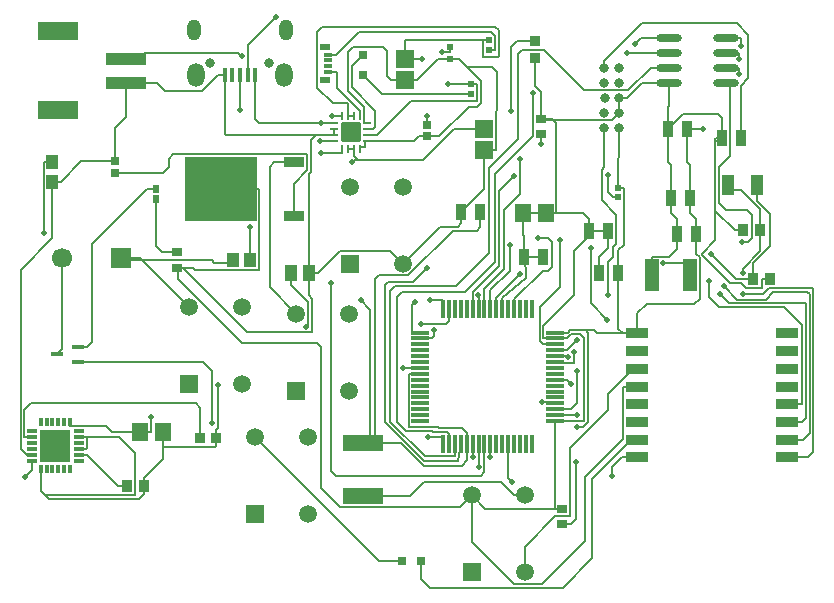
<source format=gtl>
G04*
G04 #@! TF.GenerationSoftware,Altium Limited,Altium Designer,21.1.1 (26)*
G04*
G04 Layer_Physical_Order=1*
G04 Layer_Color=255*
%FSLAX25Y25*%
%MOIN*%
G70*
G04*
G04 #@! TF.SameCoordinates,5102835C-3560-4A17-A812-28AB7356CC0A*
G04*
G04*
G04 #@! TF.FilePolarity,Positive*
G04*
G01*
G75*
%ADD13C,0.00600*%
%ADD17R,0.03197X0.02985*%
%ADD18R,0.06102X0.05906*%
%ADD19R,0.03150X0.01181*%
%ADD20R,0.03543X0.02362*%
%ADD21R,0.03150X0.03150*%
G04:AMPARAMS|DCode=22|XSize=9.84mil|YSize=23.62mil|CornerRadius=1.97mil|HoleSize=0mil|Usage=FLASHONLY|Rotation=180.000|XOffset=0mil|YOffset=0mil|HoleType=Round|Shape=RoundedRectangle|*
%AMROUNDEDRECTD22*
21,1,0.00984,0.01968,0,0,180.0*
21,1,0.00591,0.02362,0,0,180.0*
1,1,0.00394,-0.00295,0.00984*
1,1,0.00394,0.00295,0.00984*
1,1,0.00394,0.00295,-0.00984*
1,1,0.00394,-0.00295,-0.00984*
%
%ADD22ROUNDEDRECTD22*%
G04:AMPARAMS|DCode=23|XSize=9.84mil|YSize=23.62mil|CornerRadius=1.97mil|HoleSize=0mil|Usage=FLASHONLY|Rotation=90.000|XOffset=0mil|YOffset=0mil|HoleType=Round|Shape=RoundedRectangle|*
%AMROUNDEDRECTD23*
21,1,0.00984,0.01968,0,0,90.0*
21,1,0.00591,0.02362,0,0,90.0*
1,1,0.00394,0.00984,0.00295*
1,1,0.00394,0.00984,-0.00295*
1,1,0.00394,-0.00984,-0.00295*
1,1,0.00394,-0.00984,0.00295*
%
%ADD23ROUNDEDRECTD23*%
%ADD24R,0.03788X0.03681*%
%ADD25R,0.02165X0.02362*%
%ADD26R,0.02648X0.02816*%
%ADD27R,0.02362X0.01968*%
%ADD28R,0.04473X0.01775*%
%ADD29O,0.08661X0.02362*%
%ADD30R,0.07677X0.03740*%
%ADD31R,0.03937X0.07087*%
%ADD32R,0.03740X0.04134*%
%ADD33R,0.01181X0.05906*%
%ADD34R,0.05906X0.01181*%
%ADD35R,0.02913X0.03071*%
%ADD36R,0.03985X0.04560*%
%ADD37R,0.01860X0.02029*%
%ADD38R,0.13780X0.05315*%
%ADD39R,0.03347X0.03740*%
%ADD40R,0.03150X0.03150*%
%ADD41R,0.01772X0.05118*%
%ADD42R,0.13386X0.05906*%
%ADD43R,0.13780X0.03937*%
%ADD44R,0.07087X0.03543*%
%ADD45R,0.24410X0.21457*%
%ADD46R,0.02362X0.02559*%
%ADD47R,0.03740X0.02756*%
%ADD48R,0.03740X0.05315*%
%ADD49R,0.05512X0.05906*%
%ADD50R,0.04528X0.10630*%
%ADD51R,0.03937X0.04921*%
%ADD52R,0.03937X0.05315*%
%ADD53R,0.10236X0.10630*%
%ADD54R,0.03347X0.01378*%
%ADD55R,0.01378X0.03150*%
%ADD82R,0.06693X0.06693*%
%ADD83C,0.06693*%
G04:AMPARAMS|DCode=92|XSize=66.93mil|YSize=66.93mil|CornerRadius=2.01mil|HoleSize=0mil|Usage=FLASHONLY|Rotation=90.000|XOffset=0mil|YOffset=0mil|HoleType=Round|Shape=RoundedRectangle|*
%AMROUNDEDRECTD92*
21,1,0.06693,0.06291,0,0,90.0*
21,1,0.06291,0.06693,0,0,90.0*
1,1,0.00402,0.03146,0.03146*
1,1,0.00402,0.03146,-0.03146*
1,1,0.00402,-0.03146,-0.03146*
1,1,0.00402,-0.03146,0.03146*
%
%ADD92ROUNDEDRECTD92*%
%ADD93C,0.05906*%
%ADD94R,0.05906X0.05906*%
%ADD95C,0.03200*%
%ADD96C,0.03150*%
%ADD97O,0.04528X0.07087*%
%ADD98O,0.05709X0.07874*%
%ADD99C,0.02000*%
%ADD100C,0.01968*%
D13*
X199000Y431024D02*
Y441921D01*
X300083Y391980D02*
X308750D01*
X296414Y392950D02*
X299114D01*
X290986D02*
X296414D01*
X172488Y415546D02*
X178547D01*
X148437Y416500D02*
X164142Y400795D01*
X147937Y417000D02*
X148437Y416500D01*
X171534D01*
X141500D02*
X148437D01*
X225900Y355500D02*
Y410000D01*
X224500Y355500D02*
Y399900D01*
X225900Y355500D02*
X234651D01*
X222000D02*
X224500D01*
X124421Y361100D02*
X136400D01*
X339600Y456200D02*
X341701D01*
X285468Y463000D02*
X305000D01*
X281500D02*
X285468D01*
X286250Y462218D01*
X285000Y463468D02*
X285468Y463000D01*
X286150Y432000D02*
X295350D01*
X283000D02*
X286150D01*
X339500Y456100D02*
Y456900D01*
Y432900D02*
Y456100D01*
Y422947D02*
Y432900D01*
X285900Y333569D02*
Y362736D01*
X286000Y333469D02*
X288500D01*
X262815D02*
X286000D01*
X256750Y480700D02*
X261200Y476250D01*
X253918Y483532D02*
X256750Y480700D01*
X222800Y454300D02*
Y456047D01*
X222400Y461953D02*
Y467500D01*
X220953Y454200D02*
X222700D01*
X176266Y458016D02*
X206250D01*
X160500Y413843D02*
X161900D01*
X160500Y410100D02*
Y413843D01*
X161900D02*
X165357D01*
X160000D02*
X160500D01*
X155240Y350000D02*
Y354100D01*
X129800Y357453D02*
X140700D01*
X127276D02*
X129800D01*
X116150Y338000D02*
X117250Y336900D01*
X111700Y346500D02*
Y349579D01*
X220334Y449900D02*
X242013D01*
X219400D02*
X220334D01*
X238400Y392264D02*
Y401400D01*
X343579Y439900D02*
X347900D01*
X236073Y489673D02*
X262173D01*
X322100Y415300D02*
X331000D01*
X344500Y451200D02*
Y475500D01*
X243700Y357400D02*
X248736D01*
X347300Y478300D02*
Y480500D01*
Y483300D02*
Y485500D01*
X187500Y461953D02*
X208000D01*
X199000Y431024D02*
X199035D01*
X199000Y441921D02*
X203479Y446400D01*
Y451600D01*
X203379Y451700D02*
X203479Y451600D01*
X158750Y451700D02*
X203379D01*
X157200Y450150D02*
X158750Y451700D01*
X157200Y447500D02*
Y450150D01*
X155200Y445500D02*
X157200Y447500D01*
X139500Y445500D02*
X155200D01*
X151500Y359100D02*
Y364000D01*
X147760Y359000D02*
X151500Y359100D01*
X313500Y391980D02*
Y398750D01*
X316650Y401900D01*
X332500D01*
X334200Y403600D01*
Y417350D01*
X333150Y418400D02*
X334200Y417350D01*
X333150Y418400D02*
Y425000D01*
X224500Y355500D02*
X225900D01*
Y410000D02*
X227252Y411352D01*
X237007D01*
X251905Y426250D01*
X259900D01*
X261150Y427500D01*
Y432500D01*
X221200Y403200D02*
X224500Y399900D01*
X262500Y453000D02*
X266500D01*
X266600Y479100D01*
X265000Y480700D02*
X266600Y479100D01*
X256750Y480700D02*
X265000D01*
X251000Y483532D02*
X253918D01*
X243500Y457616D02*
X247500D01*
X257384Y467500D01*
X259950D01*
X261200Y468750D01*
Y476250D01*
X314900Y475500D02*
X324051D01*
X309900Y470500D02*
X314900Y475500D01*
X307500Y470500D02*
X309900D01*
X165357Y413843D02*
X166100Y413100D01*
X187300D01*
X187400Y413200D01*
Y439900D01*
X187300Y440000D02*
X187400Y439900D01*
X174626Y440000D02*
X187300D01*
X235358Y380453D02*
X241059D01*
X203953Y412000D02*
X207000D01*
X214500Y419500D01*
X231063D01*
X235358Y415205D01*
X258579Y350821D02*
Y355059D01*
Y350821D02*
X258600Y350800D01*
X339600Y457000D02*
X341701D01*
X339500Y456900D02*
X339600Y457000D01*
X335000Y418447D02*
X339500Y422947D01*
X335000Y418247D02*
Y418447D01*
Y418247D02*
X344447Y408800D01*
X348076D01*
X349843Y407033D01*
X354800D01*
X354916Y407149D01*
Y409900D01*
X355016Y410000D01*
X357854D01*
X326850Y420146D02*
Y425000D01*
X324105Y417400D02*
X326850Y420146D01*
X318305Y417400D02*
X324105D01*
X318205Y411500D02*
X318305Y417400D01*
X258284Y338000D02*
X262815Y333469D01*
X258284Y322516D02*
Y338000D01*
Y322516D02*
X272300Y308500D01*
X281600D01*
X296000Y322900D01*
Y344178D01*
X308700Y356878D01*
Y374164D01*
X313500Y374264D01*
X268421Y399941D02*
Y403700D01*
X276401Y410483D01*
Y413181D01*
X275850Y417500D02*
X276401Y413181D01*
X235358Y415205D02*
X247653Y427500D01*
X253600D01*
X254850Y428750D01*
Y432500D01*
X297350Y426000D02*
Y430000D01*
X295350Y432000D02*
X297350Y430000D01*
X173000Y357000D02*
Y359750D01*
X173550Y360300D01*
Y374650D01*
X241232Y395132D02*
X249586D01*
X250705Y396250D01*
Y399941D01*
X149000Y338400D02*
Y341000D01*
X147500Y336900D02*
X149000Y338400D01*
X117250Y336900D02*
X147500D01*
X114579Y339571D02*
Y346626D01*
Y339571D02*
X116150Y338000D01*
X146000D01*
X146100Y338100D01*
Y352053D01*
X140700Y357453D02*
X146100Y352053D01*
X143083Y483437D02*
X146937D01*
X149100Y485600D01*
X180500D01*
X181700Y484400D01*
X218500Y449000D02*
X219400Y449900D01*
X242013D02*
X252200Y460087D01*
X262500D01*
X363500Y350642D02*
X370242D01*
X372100Y352500D01*
Y406933D01*
X372000Y407033D02*
X372100Y406933D01*
X357200Y407033D02*
X372000D01*
X355367Y405200D02*
X357200Y407033D01*
X348600Y405200D02*
X355367D01*
X293200Y368623D02*
Y379500D01*
X291250Y366673D02*
X293200Y368623D01*
X285941Y366673D02*
X291250D01*
X363500Y356547D02*
X368750D01*
X370900Y358697D01*
Y405000D01*
X370067Y405833D02*
X370900Y405000D01*
X358822Y405833D02*
X370067D01*
X356222Y403233D02*
X358822Y405833D01*
X346800Y403233D02*
X356222D01*
X342250Y407783D02*
X346800Y403233D01*
X292500Y382300D02*
Y385812D01*
X292300Y382100D02*
X292500Y382300D01*
X288921Y382100D02*
X292300D01*
X288600Y382421D02*
X288921Y382100D01*
X285941Y382421D02*
X288600D01*
X363500Y362453D02*
X368403D01*
X369700Y363750D01*
Y401700D01*
X369367Y402033D02*
X369700Y401700D01*
X344184Y402033D02*
X369367D01*
X341017Y405200D02*
X344184Y402033D01*
X281600Y369000D02*
X285583D01*
X285941Y368642D01*
Y384390D02*
X290110D01*
X290500Y384000D01*
X337300Y404150D02*
Y409600D01*
Y404150D02*
X340617Y400833D01*
X362267D01*
X368300Y394800D01*
Y368458D02*
Y394800D01*
X363500Y368358D02*
X368300Y368458D01*
X312069Y380169D02*
X313500D01*
X303687Y371787D02*
X312069Y380169D01*
X303687Y366437D02*
Y371787D01*
X291000Y353750D02*
X303687Y366437D01*
X291000Y331100D02*
Y353750D01*
X290900Y331000D02*
X291000Y331100D01*
X286100Y331000D02*
X290900D01*
X276000Y320900D02*
X286100Y331000D01*
X276000Y312410D02*
Y320900D01*
X241496Y310000D02*
Y316000D01*
Y310000D02*
X244296Y307200D01*
X288700D01*
X298500Y317000D01*
Y343547D01*
X311500Y356547D01*
X313500D01*
X308200Y350642D02*
X313500D01*
X304900Y347342D02*
X308200Y350642D01*
X304900Y344300D02*
Y347342D01*
X227437Y316000D02*
X235000D01*
X186142Y357295D02*
X227437Y316000D01*
X292900Y330000D02*
Y349200D01*
X291432Y328532D02*
X292900Y330000D01*
X288500Y328532D02*
X291432D01*
X241059Y390295D02*
X244900D01*
X245700Y391095D01*
Y393200D01*
X348600Y412100D02*
Y413600D01*
X354500Y419500D01*
Y426500D01*
X272358Y399941D02*
Y403308D01*
X281900Y412850D01*
X283750D01*
X285000Y414100D01*
Y422550D01*
X283750Y423800D02*
X285000Y422550D01*
X280500Y423800D02*
X283750D01*
X258000Y475173D02*
X259900D01*
X260000Y475073D01*
Y469500D02*
Y475073D01*
X259900Y469400D02*
X260000Y469500D01*
X238084Y469400D02*
X259900D01*
X226700Y458016D02*
X238084Y469400D01*
X223512Y458016D02*
X226700D01*
X264000Y486327D02*
X265900D01*
X266000Y486427D01*
Y491250D01*
X264750Y492500D02*
X266000Y491250D01*
X220584Y492500D02*
X264750D01*
X213021Y484937D02*
X220584Y492500D01*
X210500Y484937D02*
X213021D01*
X228425Y471827D02*
X258000D01*
X222000Y478252D02*
X228425Y471827D01*
X211600Y464400D02*
X215047Y464512D01*
X243400Y464400D02*
X243500Y464300D01*
Y461384D02*
Y464300D01*
X223512Y459984D02*
X225256D01*
X226181Y460910D01*
Y466144D01*
X218325Y474000D02*
X226181Y466144D01*
X218325Y474000D02*
Y481073D01*
X222000Y484748D01*
X210500Y479031D02*
X213200D01*
X213300Y473903D01*
X220953Y466250D01*
Y464512D02*
Y466250D01*
X274300Y438500D02*
Y450100D01*
X269050Y433250D02*
X274300Y438500D01*
X269050Y413425D02*
Y433250D01*
X262516Y406891D02*
X269050Y413425D01*
X262516Y399941D02*
Y406891D01*
X305200Y437510D02*
X307000D01*
X303600Y439110D02*
X305200Y437510D01*
X303600Y439110D02*
Y444700D01*
X331000Y411500D02*
Y415300D01*
X266453Y403753D02*
X274500Y411800D01*
X266453Y399941D02*
Y403753D01*
X126988Y382441D02*
X168750D01*
X171650Y379541D01*
Y362200D02*
Y379541D01*
X264400Y350684D02*
X264484Y350768D01*
Y355059D01*
X121815Y386815D02*
Y417000D01*
X120000Y385000D02*
X121815Y386815D01*
X310000Y485500D02*
X324051D01*
X278600Y457700D02*
Y472100D01*
X266025Y445125D02*
X278600Y457700D01*
X266025Y415751D02*
Y445125D01*
X255974Y405700D02*
X266025Y415751D01*
X235000Y405700D02*
X255974D01*
X233400Y404100D02*
X235000Y405700D01*
X233400Y362350D02*
Y404100D01*
Y362350D02*
X236250Y359500D01*
X245100D01*
X245500Y359100D01*
X249905D01*
X250705Y358300D01*
Y355059D02*
Y358300D01*
X318000Y480500D02*
X324051D01*
X310500Y473000D02*
X318000Y480500D01*
X295800Y473000D02*
X310500D01*
X282300Y486500D02*
X295800Y473000D01*
X275000Y486500D02*
X282300D01*
X273600Y485100D02*
X275000Y486500D01*
X273600Y456800D02*
Y485100D01*
X264000Y447200D02*
X273600Y456800D01*
X264000Y418700D02*
Y447200D01*
X253000Y407700D02*
X264000Y418700D01*
X232600Y407700D02*
X253000D01*
X231000Y406100D02*
X232600Y407700D01*
X231000Y362546D02*
Y406100D01*
Y362546D02*
X242546Y351000D01*
X252573D01*
X252673Y355059D01*
X248736D02*
Y357400D01*
X348392Y422500D02*
X350350D01*
X351600Y423750D01*
Y431400D01*
X350000Y433000D02*
X351600Y431400D01*
X343100Y433000D02*
X350000D01*
X340700Y435400D02*
X343100Y433000D01*
X340700Y435400D02*
Y447400D01*
X344500Y451200D01*
X342949Y475500D02*
X344500D01*
X342949Y480500D02*
X347300D01*
X260547Y347284D02*
Y355059D01*
X342949Y485500D02*
X347300D01*
X238662Y409162D02*
X243232Y413732D01*
X230262Y409162D02*
X238662D01*
X229343Y408243D02*
X230262Y409162D01*
X229343Y362506D02*
Y408243D01*
Y362506D02*
X242448Y349400D01*
X253816D01*
X254642Y355059D01*
X270390Y343710D02*
X271700Y342400D01*
X270390Y343710D02*
Y355059D01*
X183559Y478083D02*
Y482262D01*
X183600Y482303D01*
Y488000D01*
X193100Y497500D01*
X298000Y402000D02*
Y420300D01*
Y402000D02*
X303400Y396600D01*
X289908Y386358D02*
X293400Y389850D01*
X285941Y386358D02*
X289908D01*
X186118Y463335D02*
X187500Y461953D01*
X186118Y463335D02*
Y478083D01*
X236000Y476457D02*
X239925D01*
X247000Y483532D01*
X251000D01*
X236000Y483543D02*
X241857D01*
X250227Y475173D02*
X258000D01*
X217016Y464512D02*
Y468300D01*
X216683Y468633D02*
X217016Y468300D01*
X211917Y468633D02*
X216683D01*
X206800Y473750D02*
X211917Y468633D01*
X206800Y473750D02*
Y492500D01*
X208400Y494100D01*
X266180D01*
X267200Y493080D01*
Y484300D02*
Y493080D01*
X267100Y484200D02*
X267200Y484300D01*
X262100Y484200D02*
X267100D01*
X262000Y484300D02*
X262100Y484200D01*
X262000Y484300D02*
Y489500D01*
X262173Y489673D01*
X264000D01*
X231250Y476457D02*
X236000D01*
X230000Y477707D02*
X231250Y476457D01*
X230000Y477707D02*
Y486050D01*
X228750Y487300D02*
X230000Y486050D01*
X218750Y487300D02*
X228750D01*
X217100Y485650D02*
X218750Y487300D01*
X217100Y472800D02*
Y485650D01*
Y472800D02*
X222400Y467500D01*
Y461953D02*
X223512D01*
X218984Y451250D02*
X220334Y449900D01*
X218984Y451250D02*
Y453488D01*
X206250Y458016D02*
X212488D01*
X204679Y456445D02*
X206250Y458016D01*
X204679Y445831D02*
Y456445D01*
X203953Y445105D02*
X204679Y445831D01*
X203953Y412000D02*
Y445105D01*
X175882Y458400D02*
X176266Y458016D01*
X175882Y458400D02*
Y478083D01*
X207753Y456047D02*
X212488D01*
X248300Y485900D02*
X250900D01*
X251000Y486000D01*
Y487469D01*
X111700Y349579D02*
X111724D01*
X109300Y344100D02*
X111700Y346500D01*
X244350Y403100D02*
X248636D01*
X248736Y403000D01*
Y399941D02*
Y403000D01*
X222000Y337784D02*
X237800D01*
X242316Y342300D01*
X267910D01*
X272210Y338000D01*
X276000D01*
X203953Y404644D02*
Y412000D01*
Y404644D02*
X205044Y403553D01*
Y392400D02*
Y403553D01*
X204938Y392293D02*
X205044Y392400D01*
X183449Y392293D02*
X204938D01*
X161900Y413843D02*
X183449Y392293D01*
X198047Y407942D02*
Y412000D01*
Y407942D02*
X203636Y402353D01*
Y394736D02*
Y402353D01*
X203100Y394200D02*
X203636Y394736D01*
X314600Y490500D02*
X324051D01*
X312700Y488600D02*
X314600Y490500D01*
X211400Y346250D02*
Y408700D01*
Y346250D02*
X213150Y344500D01*
X261250D01*
X262500Y345750D01*
Y352484D01*
X262516Y352500D01*
Y355059D01*
X290000Y376516D02*
X291300Y375216D01*
X285941Y376516D02*
X290000D01*
X267300Y439500D02*
X272300Y444500D01*
X267300Y414397D02*
Y439500D01*
X258579Y405676D02*
X267300Y414397D01*
X258579Y399941D02*
Y405676D01*
X302500Y447320D02*
Y460500D01*
X301700Y446520D02*
X302500Y447320D01*
X301700Y436400D02*
Y446520D01*
Y436400D02*
X306500Y431600D01*
Y421900D02*
Y431600D01*
X305300Y420700D02*
X306500Y421900D01*
X305300Y417400D02*
Y420700D01*
X303700Y415800D02*
X305300Y417400D01*
X303700Y404900D02*
Y415800D01*
X260500Y404900D02*
X260547Y404853D01*
Y399941D02*
Y404853D01*
X208000Y461953D02*
X212488D01*
X281500Y454950D02*
Y458532D01*
X273317Y489317D02*
X279500D01*
X271500Y487500D02*
X273317Y489317D01*
X271500Y466200D02*
Y487500D01*
X207900Y452000D02*
X214947D01*
X215047Y452100D01*
Y453488D01*
X236000Y483543D02*
Y489600D01*
X236073Y489673D01*
X285941Y390295D02*
X290045D01*
X291500Y391750D01*
X294245D01*
X295550Y390445D01*
Y362886D02*
Y390445D01*
X295400Y362736D02*
X295550Y362886D01*
X285941Y362736D02*
X295400D01*
X285941Y364705D02*
X293500D01*
Y360800D02*
X295400D01*
X297100Y362500D01*
Y392264D01*
X296414Y392950D02*
X297100Y392264D01*
X290300D02*
X290986Y392950D01*
X299114D02*
X300083Y391980D01*
X285941Y392264D02*
X290300D01*
X140447Y341000D02*
X143291D01*
X129900Y351547D02*
X140447Y341000D01*
X127276Y351547D02*
X129900D01*
X346450Y410000D02*
X352146D01*
X337900Y418550D02*
X346450Y410000D01*
X238400Y401400D02*
X239400Y402400D01*
X238400Y392264D02*
X241059D01*
X222800Y456047D02*
X223512D01*
X222700Y454200D02*
X222800Y454300D01*
X220953Y453488D02*
Y454200D01*
X302500Y480500D02*
Y482900D01*
X315000Y495400D01*
X346550D01*
X350400Y491550D01*
Y477000D02*
Y491550D01*
X348000Y474600D02*
X350400Y477000D01*
X348000Y457000D02*
Y474600D01*
X342949Y490500D02*
X347800D01*
X347900Y490400D01*
Y487700D02*
Y490400D01*
X330150Y460000D02*
X335200D01*
X110000Y351547D02*
X111724D01*
X107951Y353596D02*
X110000Y351547D01*
X107951Y353596D02*
Y413064D01*
X118500Y423613D01*
Y442500D01*
X115600Y425500D02*
Y448912D01*
X115700Y449012D01*
X118500D01*
X256610Y349611D02*
Y355059D01*
X254899Y347900D02*
X256610Y349611D01*
X242251Y347900D02*
X254899D01*
X234651Y355500D02*
X242251Y347900D01*
X264484Y399941D02*
Y406331D01*
X270950Y412796D01*
Y421450D01*
X181000Y466400D02*
Y478083D01*
X287600Y407400D02*
Y423050D01*
X280888Y400688D02*
X287600Y407400D01*
X280888Y389539D02*
Y400688D01*
Y389539D02*
X282100Y388327D01*
X285941D01*
X141500Y417000D02*
X147937D01*
X281500Y463468D02*
X285000D01*
X286250Y432100D02*
Y462218D01*
X286150Y432000D02*
X286250Y432100D01*
X237300Y378484D02*
X241059D01*
X237200Y378384D02*
X237300Y378484D01*
X237200Y360924D02*
Y378384D01*
Y360924D02*
X237300Y360824D01*
X247251D01*
X247525Y360550D01*
X254950D01*
X256610Y358890D01*
Y355059D02*
Y358890D01*
X307150Y393581D02*
Y412000D01*
Y393581D02*
X308750Y391980D01*
X313500D01*
X282193Y390295D02*
X285941D01*
X282088Y390400D02*
X282193Y390295D01*
X282088Y390400D02*
Y394288D01*
X292500Y404700D01*
Y419450D01*
X297350Y424300D01*
Y426000D01*
X184453Y416500D02*
Y427500D01*
X353421Y436079D02*
Y441500D01*
Y436079D02*
X357700Y431800D01*
Y420954D02*
Y431800D01*
X352146Y415400D02*
X357700Y420954D01*
X352146Y410000D02*
Y415400D01*
X129800Y357453D02*
X129900Y357353D01*
Y353616D02*
Y357353D01*
X129800Y353516D02*
X129900Y353616D01*
X127276Y353516D02*
X129800D01*
X109298Y357453D02*
X111724D01*
X109151Y357600D02*
X109298Y357453D01*
X109151Y357600D02*
Y366601D01*
X111250Y368700D01*
X166250D01*
X167685Y367265D01*
Y357000D02*
Y367265D01*
X149000Y341000D02*
Y343760D01*
X155240Y350000D01*
Y354100D02*
Y359000D01*
Y354100D02*
X155393Y353947D01*
X172647D01*
X173000Y354300D01*
Y357000D01*
X341701Y456200D02*
Y457000D01*
X339500Y456100D02*
X339600Y456200D01*
X339500Y432900D02*
X345900Y426500D01*
X348791D01*
X281500Y463000D02*
Y463468D01*
X305000Y463000D02*
X307500Y465500D01*
X160500Y410100D02*
X181800Y388800D01*
X206600D01*
X207900Y387500D01*
Y340500D02*
Y387500D01*
Y340500D02*
X214200Y334200D01*
X254484D01*
X258284Y338000D01*
X343579Y439900D02*
Y441500D01*
X347900Y439900D02*
X354500Y433300D01*
Y426500D02*
Y433300D01*
X141500Y416500D02*
Y417000D01*
X171534Y416500D02*
X172488Y415546D01*
X178547D02*
Y416500D01*
X149973Y440173D02*
X153000D01*
X131700Y421900D02*
X149973Y440173D01*
X131700Y389259D02*
Y421900D01*
X130000Y387559D02*
X131700Y389259D01*
X126988Y387559D02*
X130000D01*
X155000Y419157D02*
X160000D01*
X153000Y421157D02*
X155000Y419157D01*
X153000Y421157D02*
Y436827D01*
X262500Y440150D02*
Y453000D01*
X254850Y432500D02*
X262500Y440150D01*
X128100Y449358D02*
X139500D01*
X121242Y442500D02*
X128100Y449358D01*
X118500Y442500D02*
X121242D01*
X341701Y457000D02*
Y463750D01*
X340451Y465000D02*
X341701Y463750D01*
X328850Y465000D02*
X340451D01*
X323850Y460000D02*
X328850Y465000D01*
X240556Y457616D02*
X243500D01*
X238988Y456047D02*
X240556Y457616D01*
X223512Y456047D02*
X238988D01*
X124421Y361100D02*
Y362374D01*
X136400Y361100D02*
X138500Y359000D01*
X147760D01*
X285900Y333569D02*
X286000Y333469D01*
X285900Y362736D02*
X285941D01*
X192376Y448976D02*
X199035D01*
X190900Y447500D02*
X192376Y448976D01*
X190900Y407384D02*
Y447500D01*
Y407384D02*
X199784Y398500D01*
X307000Y440490D02*
X308800D01*
X308900Y440390D01*
Y421600D02*
Y440390D01*
X307150Y419850D02*
X308900Y421600D01*
X307150Y412000D02*
Y419850D01*
X331150Y432000D02*
Y437000D01*
Y432000D02*
X333150Y430000D01*
Y425000D02*
Y430000D01*
X330150Y449000D02*
Y460000D01*
Y449000D02*
X331150Y448000D01*
Y437000D02*
Y448000D01*
X307500Y450700D02*
Y460500D01*
X307000Y450200D02*
X307500Y450700D01*
X307000Y440490D02*
Y450200D01*
X212488Y458016D02*
Y459984D01*
X279500Y474500D02*
Y483683D01*
Y474500D02*
X281500Y472500D01*
Y463468D02*
Y472500D01*
X324051Y467801D02*
Y475500D01*
X323850Y467600D02*
X324051Y467801D01*
X323850Y460000D02*
Y467600D01*
X307500Y465500D02*
Y470500D01*
X173683Y478083D02*
X175882D01*
X168400Y472800D02*
X173683Y478083D01*
X156063Y472800D02*
X168400D01*
X153300Y475563D02*
X156063Y472800D01*
X143083Y475563D02*
X153300D01*
X143083Y464183D02*
Y475563D01*
X139500Y460600D02*
X143083Y464183D01*
X139500Y449358D02*
Y460600D01*
X323850Y449000D02*
Y460000D01*
Y449000D02*
X324850Y448000D01*
Y437000D02*
Y448000D01*
Y432000D02*
Y437000D01*
Y432000D02*
X326850Y430000D01*
Y425000D02*
Y430000D01*
X303650Y420399D02*
Y426000D01*
X300850Y417600D02*
X303650Y420399D01*
X300850Y412000D02*
Y417600D01*
X297350Y426000D02*
X303650D01*
X275850Y417500D02*
X282150D01*
X275520Y424831D02*
Y432000D01*
Y424831D02*
X275850Y424500D01*
Y417500D02*
Y424500D01*
X275520Y432000D02*
X283000D01*
X217016Y453488D02*
X218984D01*
X217016Y464512D02*
X218984D01*
D17*
X281500Y463468D02*
D03*
Y458532D02*
D03*
X288500Y333469D02*
D03*
Y328532D02*
D03*
D18*
X262500Y460087D02*
D03*
Y453000D02*
D03*
X236000Y483543D02*
D03*
Y476457D02*
D03*
D19*
X210500Y479031D02*
D03*
Y481000D02*
D03*
Y482969D02*
D03*
Y484937D02*
D03*
D20*
X209516Y476472D02*
D03*
Y487496D02*
D03*
D21*
X222000Y484748D02*
D03*
Y478252D02*
D03*
D22*
X215047Y453488D02*
D03*
X217016D02*
D03*
X218984D02*
D03*
X220953D02*
D03*
Y464512D02*
D03*
X218984D02*
D03*
X217016D02*
D03*
X215047D02*
D03*
D23*
X223512Y456047D02*
D03*
Y458016D02*
D03*
Y459984D02*
D03*
Y461953D02*
D03*
X212488D02*
D03*
Y459984D02*
D03*
Y458016D02*
D03*
Y456047D02*
D03*
D24*
X279500Y489317D02*
D03*
Y483683D02*
D03*
D25*
X264000Y486327D02*
D03*
Y489673D02*
D03*
X258000Y471827D02*
D03*
Y475173D02*
D03*
D26*
X243500Y461384D02*
D03*
Y457616D02*
D03*
D27*
X251000Y487469D02*
D03*
Y483532D02*
D03*
D28*
X126988Y382441D02*
D03*
Y387559D02*
D03*
X120000Y385000D02*
D03*
D29*
X324051Y490500D02*
D03*
Y485500D02*
D03*
Y480500D02*
D03*
Y475500D02*
D03*
X342949Y490500D02*
D03*
Y485500D02*
D03*
Y480500D02*
D03*
Y475500D02*
D03*
D30*
X313500Y350642D02*
D03*
Y356547D02*
D03*
Y362453D02*
D03*
Y368358D02*
D03*
Y374264D02*
D03*
Y380169D02*
D03*
Y386075D02*
D03*
Y391980D02*
D03*
X363500D02*
D03*
Y386075D02*
D03*
Y380169D02*
D03*
Y374264D02*
D03*
Y368358D02*
D03*
Y362453D02*
D03*
Y356547D02*
D03*
Y350642D02*
D03*
D31*
X353421Y441500D02*
D03*
X343579D02*
D03*
D32*
X143291Y341000D02*
D03*
X149000D02*
D03*
X357854Y410000D02*
D03*
X352146D02*
D03*
X348791Y426500D02*
D03*
X354500D02*
D03*
D33*
X248736Y399941D02*
D03*
X250705D02*
D03*
X252673D02*
D03*
X254642D02*
D03*
X256610D02*
D03*
X258579D02*
D03*
X260547D02*
D03*
X262516D02*
D03*
X264484D02*
D03*
X266453D02*
D03*
X268421D02*
D03*
X270390D02*
D03*
X272358D02*
D03*
X274327D02*
D03*
X276295D02*
D03*
X278264D02*
D03*
Y355059D02*
D03*
X276295D02*
D03*
X274327D02*
D03*
X272358D02*
D03*
X270390D02*
D03*
X268421D02*
D03*
X266453D02*
D03*
X264484D02*
D03*
X262516D02*
D03*
X260547D02*
D03*
X258579D02*
D03*
X256610D02*
D03*
X254642D02*
D03*
X252673D02*
D03*
X250705D02*
D03*
X248736D02*
D03*
D34*
X285941Y392264D02*
D03*
Y390295D02*
D03*
Y388327D02*
D03*
Y386358D02*
D03*
Y384390D02*
D03*
Y382421D02*
D03*
Y380453D02*
D03*
Y378484D02*
D03*
Y376516D02*
D03*
Y374547D02*
D03*
Y372579D02*
D03*
Y370610D02*
D03*
Y368642D02*
D03*
Y366673D02*
D03*
Y364705D02*
D03*
Y362736D02*
D03*
X241059D02*
D03*
Y364705D02*
D03*
Y366673D02*
D03*
Y368642D02*
D03*
Y370610D02*
D03*
Y372579D02*
D03*
Y374547D02*
D03*
Y376516D02*
D03*
Y378484D02*
D03*
Y380453D02*
D03*
Y382421D02*
D03*
Y384390D02*
D03*
Y386358D02*
D03*
Y388327D02*
D03*
Y390295D02*
D03*
Y392264D02*
D03*
D35*
X139500Y445500D02*
D03*
Y449358D02*
D03*
D36*
X118500Y442500D02*
D03*
Y449012D02*
D03*
D37*
X307000Y440490D02*
D03*
Y437510D02*
D03*
D38*
X222000Y355500D02*
D03*
Y337784D02*
D03*
D39*
X173000Y357000D02*
D03*
X167685D02*
D03*
D40*
X241496Y316000D02*
D03*
X235000D02*
D03*
D41*
X178441Y478083D02*
D03*
X181000D02*
D03*
X183559D02*
D03*
X175882D02*
D03*
X186118D02*
D03*
D42*
X120445Y466311D02*
D03*
Y492689D02*
D03*
D43*
X143083Y475563D02*
D03*
Y483437D02*
D03*
D44*
X199035Y431024D02*
D03*
Y448976D02*
D03*
D45*
X174626Y440000D02*
D03*
D46*
X153000Y436827D02*
D03*
Y440173D02*
D03*
D47*
X160000Y419157D02*
D03*
Y413843D02*
D03*
D48*
X254850Y432500D02*
D03*
X261150D02*
D03*
X297350Y426000D02*
D03*
X303650D02*
D03*
X275850Y417500D02*
D03*
X282150D02*
D03*
X300850Y412000D02*
D03*
X307150D02*
D03*
X326850Y425000D02*
D03*
X333150D02*
D03*
X324850Y437000D02*
D03*
X331150D02*
D03*
X323850Y460000D02*
D03*
X330150D02*
D03*
X341701Y457000D02*
D03*
X348000D02*
D03*
D49*
X283000Y432000D02*
D03*
X275520D02*
D03*
X147760Y359000D02*
D03*
X155240D02*
D03*
D50*
X331000Y411500D02*
D03*
X318205D02*
D03*
D51*
X184453Y416500D02*
D03*
X178547D02*
D03*
D52*
X198047Y412000D02*
D03*
X203953D02*
D03*
D53*
X119500Y354500D02*
D03*
D54*
X111724Y349579D02*
D03*
Y351547D02*
D03*
Y353516D02*
D03*
Y355484D02*
D03*
Y357453D02*
D03*
Y359421D02*
D03*
X127276D02*
D03*
Y357453D02*
D03*
Y355484D02*
D03*
Y353516D02*
D03*
Y351547D02*
D03*
Y349579D02*
D03*
D55*
X114579Y362374D02*
D03*
X116547D02*
D03*
X118516D02*
D03*
X120484D02*
D03*
X122453D02*
D03*
X124421D02*
D03*
Y346626D02*
D03*
X122453D02*
D03*
X120484D02*
D03*
X118516D02*
D03*
X116547D02*
D03*
X114579D02*
D03*
D82*
X141500Y417000D02*
D03*
D83*
X121815D02*
D03*
D92*
X218000Y459000D02*
D03*
D93*
X235358Y415205D02*
D03*
Y440795D02*
D03*
X217642D02*
D03*
X217500Y372910D02*
D03*
Y398500D02*
D03*
X199784D02*
D03*
X276000Y312410D02*
D03*
Y338000D02*
D03*
X258284D02*
D03*
X203858Y331705D02*
D03*
Y357295D02*
D03*
X186142D02*
D03*
X181858Y375205D02*
D03*
Y400795D02*
D03*
X164142D02*
D03*
D94*
X217642Y415205D02*
D03*
X199784Y372910D02*
D03*
X258284Y312410D02*
D03*
X186142Y331705D02*
D03*
X164142Y375205D02*
D03*
D95*
X307500Y460500D02*
D03*
X302500D02*
D03*
X307500Y465500D02*
D03*
X302500D02*
D03*
X307500Y470500D02*
D03*
X302539D02*
D03*
X307500Y475500D02*
D03*
X302500D02*
D03*
X307500Y480500D02*
D03*
X302500D02*
D03*
D96*
X171157Y482217D02*
D03*
X190843D02*
D03*
D97*
X165744Y493043D02*
D03*
X196256D02*
D03*
D98*
X166335Y478083D02*
D03*
X195665D02*
D03*
D99*
X151500Y364000D02*
D03*
X221200Y403200D02*
D03*
X235358Y380453D02*
D03*
X258600Y350800D02*
D03*
X173550Y374650D02*
D03*
X241232Y395132D02*
D03*
X181700Y484400D02*
D03*
X218500Y449000D02*
D03*
X348600Y405200D02*
D03*
X293200Y379500D02*
D03*
X342250Y407783D02*
D03*
X292500Y385812D02*
D03*
X341017Y405200D02*
D03*
X281600Y369000D02*
D03*
X290500Y384000D02*
D03*
X337300Y409600D02*
D03*
X304900Y344300D02*
D03*
X292900Y349200D02*
D03*
X245700Y393200D02*
D03*
X348600Y412100D02*
D03*
X280500Y423800D02*
D03*
X211600Y464400D02*
D03*
X243400D02*
D03*
X274300Y450100D02*
D03*
X303600Y444700D02*
D03*
X322100Y415300D02*
D03*
X274500Y411800D02*
D03*
X171650Y362200D02*
D03*
X264400Y350684D02*
D03*
X310000Y485500D02*
D03*
X278600Y472100D02*
D03*
X243700Y357400D02*
D03*
X348392Y422500D02*
D03*
X347300Y478300D02*
D03*
X260547Y347284D02*
D03*
X347300Y483300D02*
D03*
X243232Y413732D02*
D03*
X271700Y342400D02*
D03*
X193100Y497500D02*
D03*
X298000Y420300D02*
D03*
X303400Y396600D02*
D03*
X293400Y389850D02*
D03*
X241857Y483543D02*
D03*
X250227Y475173D02*
D03*
X207753Y456047D02*
D03*
X248300Y485900D02*
D03*
X109300Y344100D02*
D03*
X244350Y403100D02*
D03*
X203100Y394200D02*
D03*
X312700Y488600D02*
D03*
X211400Y408700D02*
D03*
X291300Y375216D02*
D03*
X272300Y444500D02*
D03*
X303700Y404900D02*
D03*
X260500D02*
D03*
X208000Y461953D02*
D03*
X281500Y454950D02*
D03*
X271500Y466200D02*
D03*
X207900Y452000D02*
D03*
X293500Y364705D02*
D03*
Y360800D02*
D03*
X337900Y418550D02*
D03*
X239400Y402400D02*
D03*
X347900Y487700D02*
D03*
X335200Y460000D02*
D03*
X115600Y425500D02*
D03*
X270950Y421450D02*
D03*
X181000Y466400D02*
D03*
X287600Y423050D02*
D03*
X184453Y427500D02*
D03*
D100*
X218000Y459000D02*
D03*
X219969Y460969D02*
D03*
X216032D02*
D03*
Y457032D02*
D03*
X219969D02*
D03*
X123437Y358437D02*
D03*
Y354500D02*
D03*
Y350563D02*
D03*
X119500Y358437D02*
D03*
Y354500D02*
D03*
Y350563D02*
D03*
X115563Y358437D02*
D03*
Y354500D02*
D03*
Y350563D02*
D03*
M02*

</source>
